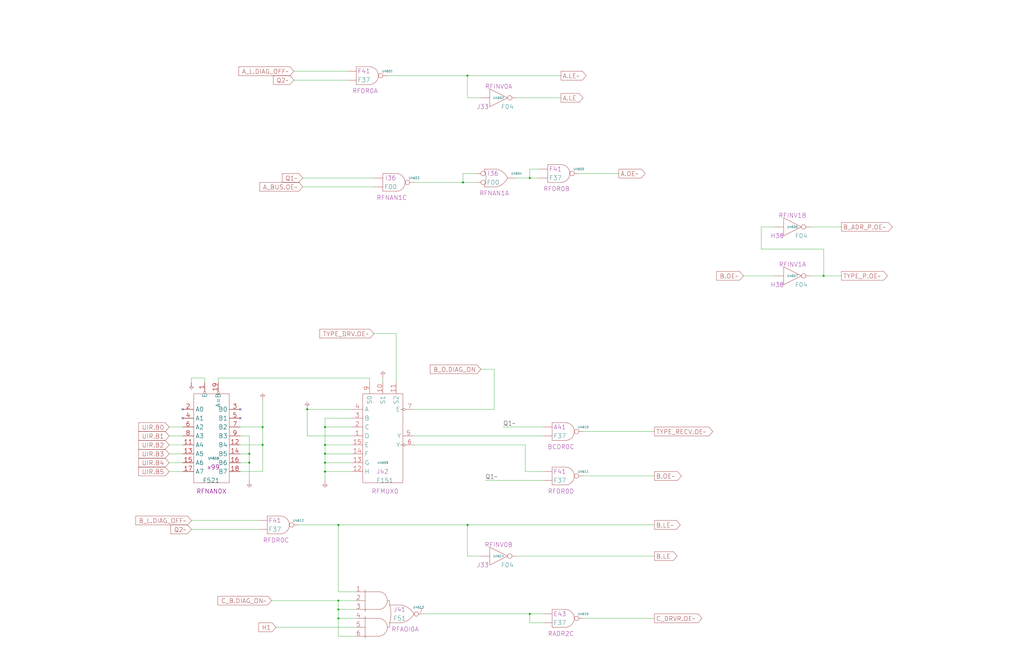
<source format=kicad_sch>
(kicad_sch (version 20211123) (generator eeschema)
  (paper "User" 584.2 378.46)
  (title_block (title "REGISTER FILE CONTROL") (date "15-MAR-90") (rev "1.0") (comment 1 "TYPE") (comment 2 "232-003062") (comment 3 "S400") (comment 4 "RELEASED"))
  (lib_symbols
    (symbol "r1000:F00" (pin_numbers hide) (pin_names hide)
      (property "Reference" "U" (at 15.24 0 0))
      (property "Value" "F00" (at 1.905 -5.08 0))
      (property "Location" "___" (at 1.905 0 0))
      (property "Name" "______" (at 2.54 -12.7 0))
      (symbol "F00_0_1"
        (polyline (pts (xy -2.54 -7.62) (xy 5.08 -7.62)) (stroke (width 0.1524)))
        (polyline (pts (xy -2.54 2.54) (xy -2.54 -7.62)) (stroke (width 0.1524)))
        (polyline (pts (xy -2.54 2.54) (xy 5.08 2.54)) (stroke (width 0.1524)))
        (arc (start 5.08 -7.62) (mid 10.1282 -2.54) (end 5.08 2.54) (stroke (width 0.1524)))
        (circle (center 11.43 -2.54) (radius 1.27) (stroke (width 0.1524)))
      )
      (symbol "F00_0_2"
        (circle (center -3.81 -5.08) (radius 1.27) (stroke (width 0.1524)))
        (circle (center -3.81 0) (radius 1.27) (stroke (width 0.1524)))
        (arc (start -3.175 -7.62) (mid -2.134 -2.54) (end -3.175 2.54) (stroke (width 0.1524)))
        (polyline (pts (xy -3.175 -7.62) (xy 3.81 -7.62)) (stroke (width 0.1524)))
        (polyline (pts (xy -3.175 2.54) (xy 3.81 2.54)) (stroke (width 0.1524)))
        (arc (start 3.81 -7.62) (mid 7.5855 -5.8306) (end 10.16 -2.54) (stroke (width 0.1524)))
        (arc (start 10.16 -2.54) (mid 7.5827 0.7471) (end 3.81 2.54) (stroke (width 0.1524)))
      )
      (symbol "F00_1_1"
        (pin input line (at -7.62 0 0) (length 5.08) (name "D0") (number "1"))
        (pin input line (at -7.62 -5.08 0) (length 5.08) (name "D1") (number "2"))
        (pin output line (at 15.24 -2.54 180) (length 2.54) (name "Q") (number "3"))
      )
      (symbol "F00_1_2"
        (pin input line (at -7.62 0 0) (length 2.54) (name "D0") (number "1"))
        (pin input line (at -7.62 -5.08 0) (length 2.54) (name "D1") (number "2"))
        (pin output line (at 15.24 -2.54 180) (length 5.08) (name "Q") (number "3"))
      )
    )
    (symbol "r1000:F04" (pin_numbers hide) (pin_names hide)
      (property "Reference" "U" (at 0 0 0))
      (property "Value" "F04" (at 1.27 -5.08 0))
      (property "Location" "___" (at -12.7 -5.08 0))
      (property "Name" "______" (at 0 5.08 0))
      (symbol "F04_0_1"
        (polyline (pts (xy -7.62 0) (xy -5.08 0)) (stroke (width 0.1524)))
        (polyline (pts (xy -5.08 5.08) (xy -5.08 -5.08)) (stroke (width 0.1524)))
        (polyline (pts (xy 5.08 0) (xy -5.08 -5.08)) (stroke (width 0.1524)))
        (polyline (pts (xy 5.08 0) (xy -5.08 5.08)) (stroke (width 0.1524)))
        (circle (center 6.35 0) (radius 1.27) (stroke (width 0.1524)))
      )
      (symbol "F04_1_1"
        (pin input line (at -10.16 0 0) (length 2.54) (name "D0") (number "1"))
        (pin output line (at 10.16 0 180) (length 2.54) (name "Q") (number "2"))
      )
    )
    (symbol "r1000:F151" (pin_names (offset 1.016))
      (property "Reference" "U" (at 2.54 5.08 0))
      (property "Value" "F151" (at -1.27 -5.08 0))
      (property "Location" "___" (at -1.27 0 0))
      (property "Name" "______" (at 3.81 -12.7 0))
      (symbol "F151_1_1"
        (rectangle (start -8.89 44.45) (end 13.97 -6.35))
        (circle (center 14.605 15.24) (radius 0.635))
        (circle (center 14.605 35.56) (radius 0.635))
        (pin input line (at -15.24 20.32 0) (length 6.35) (name "D") (number "1"))
        (pin input line (at 2.54 50.8 270) (length 6.35) (name "S1") (number "10"))
        (pin input line (at 10.16 50.8 270) (length 6.35) (name "S2") (number "11"))
        (pin input line (at -15.24 0 0) (length 6.35) (name "H") (number "12"))
        (pin input line (at -15.24 5.08 0) (length 6.35) (name "G") (number "13"))
        (pin input line (at -15.24 10.16 0) (length 6.35) (name "F") (number "14"))
        (pin input line (at -15.24 15.24 0) (length 6.35) (name "E") (number "15"))
        (pin input line (at -15.24 25.4 0) (length 6.35) (name "C") (number "2"))
        (pin input line (at -15.24 30.48 0) (length 6.35) (name "B") (number "3"))
        (pin input line (at -15.24 35.56 0) (length 6.35) (name "A") (number "4"))
        (pin output line (at 20.32 20.32 180) (length 6.35) (name "Y") (number "5"))
        (pin output line (at 20.32 15.24 180) (length 5.08) (name "Y~") (number "6"))
        (pin input line (at 20.32 35.56 180) (length 5.08) (name "E~") (number "7"))
        (pin input line (at -5.08 50.8 270) (length 6.35) (name "S0") (number "9"))
      )
    )
    (symbol "r1000:F37" (pin_numbers hide) (pin_names (offset 0) hide)
      (property "Reference" "U" (at 15.24 0 0))
      (property "Value" "F37" (at 1.905 -5.08 0))
      (property "Location" "___" (at 1.905 0 0))
      (property "Name" "______" (at 2.54 -12.7 0))
      (symbol "F37_0_1"
        (polyline (pts (xy -2.54 -7.62) (xy 5.08 -7.62)) (stroke (width 0.1524)))
        (polyline (pts (xy -2.54 2.54) (xy -2.54 -7.62)) (stroke (width 0.1524)))
        (polyline (pts (xy -2.54 2.54) (xy 5.08 2.54)) (stroke (width 0.1524)))
        (arc (start 5.08 -7.62) (mid 10.1282 -2.54) (end 5.08 2.54) (stroke (width 0.1524)))
        (circle (center 11.43 -2.54) (radius 1.27) (stroke (width 0.1524)))
      )
      (symbol "F37_0_2"
        (circle (center -3.81 -5.08) (radius 1.27) (stroke (width 0.1524)))
        (circle (center -3.81 0) (radius 1.27) (stroke (width 0.1524)))
        (arc (start -3.175 -7.62) (mid -2.134 -2.54) (end -3.175 2.54) (stroke (width 0.1524)))
        (polyline (pts (xy -3.175 -7.62) (xy 3.81 -7.62)) (stroke (width 0.1524)))
        (polyline (pts (xy -3.175 2.54) (xy 3.81 2.54)) (stroke (width 0.1524)))
        (arc (start 3.81 -7.62) (mid 7.5855 -5.8306) (end 10.16 -2.54) (stroke (width 0.1524)))
        (arc (start 10.16 -2.54) (mid 7.5827 0.7471) (end 3.81 2.54) (stroke (width 0.1524)))
      )
      (symbol "F37_1_1"
        (pin input line (at -7.62 0 0) (length 5.08) (name "D0") (number "1"))
        (pin input line (at -7.62 -5.08 0) (length 5.08) (name "D1") (number "2"))
        (pin output line (at 15.24 -2.54 180) (length 2.54) (name "Q") (number "3"))
      )
      (symbol "F37_1_2"
        (pin input line (at -7.62 0 0) (length 2.54) (name "D0") (number "1"))
        (pin input line (at -7.62 -5.08 0) (length 2.54) (name "D1") (number "2"))
        (pin output line (at 15.24 -2.54 180) (length 5.08) (name "Q") (number "3"))
      )
    )
    (symbol "r1000:F51" (pin_names hide)
      (property "Reference" "U" (at 12.7 1.27 0))
      (property "Value" "F51" (at 1.905 -5.08 0))
      (property "Location" "___" (at 1.905 0 0))
      (property "Name" "______" (at 5.08 -12.7 0))
      (symbol "F51_0_0"
        (arc (start -10.16 -15.24) (mid -6.5679 -13.7521) (end -5.08 -10.16) (stroke (width 0.1524)))
        (arc (start -10.16 0) (mid -6.5679 1.4879) (end -5.08 5.08) (stroke (width 0.1524)))
        (arc (start -5.08 -10.16) (mid -6.5679 -6.5679) (end -10.16 -5.08) (stroke (width 0.1524)))
        (arc (start -5.08 5.08) (mid -6.5679 8.6721) (end -10.16 10.16) (stroke (width 0.1524)))
        (arc (start -3.8173 -7.62) (mid -2.9926 -2.54) (end -3.8173 2.54) (stroke (width 0.1524)))
        (polyline (pts (xy -20.32 -15.24) (xy -17.78 -15.24)) (stroke (width 0.1524)))
        (polyline (pts (xy -20.32 -10.16) (xy -17.78 -10.16)) (stroke (width 0.1524)))
        (polyline (pts (xy -20.32 -5.08) (xy -17.78 -5.08)) (stroke (width 0.1524)))
        (polyline (pts (xy -20.32 0) (xy -17.78 0)) (stroke (width 0.1524)))
        (polyline (pts (xy -20.32 5.08) (xy -17.78 5.08)) (stroke (width 0.1524)))
        (polyline (pts (xy -20.32 10.16) (xy -17.78 10.16)) (stroke (width 0.1524)))
        (polyline (pts (xy -17.78 -3.81) (xy -17.78 -16.51)) (stroke (width 0.1524)))
        (polyline (pts (xy -17.78 11.43) (xy -17.78 -1.27)) (stroke (width 0.1524)))
        (polyline (pts (xy -10.16 -15.24) (xy -17.78 -15.24)) (stroke (width 0.1524)))
        (polyline (pts (xy -10.16 -5.08) (xy -17.78 -5.08)) (stroke (width 0.1524)))
        (polyline (pts (xy -10.16 0) (xy -17.78 0)) (stroke (width 0.1524)))
        (polyline (pts (xy -10.16 10.16) (xy -17.78 10.16)) (stroke (width 0.1524)))
        (polyline (pts (xy -3.81 -7.62) (xy 2.54 -7.62)) (stroke (width 0.1524)))
        (polyline (pts (xy -3.81 2.54) (xy 2.54 2.54)) (stroke (width 0.1524)))
        (polyline (pts (xy -5.08 -10.16) (xy -3.81 -10.16) (xy -3.81 -7.62)) (stroke (width 0.1524)))
        (polyline (pts (xy -5.08 5.08) (xy -3.81 5.08) (xy -3.81 2.54)) (stroke (width 0.1524)))
        (arc (start 2.54 -7.62) (mid 6.9504 -5.9805) (end 10.16 -2.54) (stroke (width 0.1524)))
        (arc (start 10.16 -2.54) (mid 6.9516 0.9024) (end 2.54 2.54) (stroke (width 0.1524)))
        (circle (center 11.43 -2.54) (radius 1.27) (stroke (width 0.1524)))
      )
      (symbol "F51_1_1"
        (pin input line (at -22.86 10.16 0) (length 2.54) (name "A1") (number "1"))
        (pin input line (at -22.86 5.08 0) (length 2.54) (name "A2") (number "2"))
        (pin input line (at -22.86 0 0) (length 2.54) (name "A3") (number "3"))
        (pin input line (at -22.86 -5.08 0) (length 2.54) (name "B1") (number "4"))
        (pin input line (at -22.86 -10.16 0) (length 2.54) (name "B2") (number "5"))
        (pin input line (at -22.86 -15.24 0) (length 2.54) (name "B3") (number "6"))
        (pin output line (at 15.24 -2.54 180) (length 2.54) (name "Q") (number "7"))
      )
    )
    (symbol "r1000:F521" (pin_names (offset 1.016))
      (property "Reference" "U" (at 2.54 5.08 0))
      (property "Value" "F521" (at -3.81 -7.62 0))
      (property "Location" "___" (at -1.27 0 0))
      (property "Name" "______" (at 1.27 -15.24 0))
      (symbol "F521_1_1"
        (rectangle (start -8.89 41.91) (end 11.43 -8.89))
        (circle (center -2.54 42.545) (radius 0.635))
        (circle (center 5.08 42.545) (radius 0.635))
        (pin input line (at -2.54 48.26 270) (length 5.08) (name "E") (number "1"))
        (pin input line (at -15.24 12.7 0) (length 6.35) (name "A4") (number "11"))
        (pin input line (at 17.78 12.7 180) (length 6.35) (name "B4") (number "12"))
        (pin input line (at -15.24 7.62 0) (length 6.35) (name "A5") (number "13"))
        (pin input line (at 17.78 7.62 180) (length 6.35) (name "B5") (number "14"))
        (pin input line (at -15.24 2.54 0) (length 6.35) (name "A6") (number "15"))
        (pin input line (at 17.78 2.54 180) (length 6.35) (name "B6") (number "16"))
        (pin input line (at -15.24 -2.54 0) (length 6.35) (name "A7") (number "17"))
        (pin input line (at 17.78 -2.54 180) (length 6.35) (name "B7") (number "18"))
        (pin output line (at 5.08 48.26 270) (length 5.08) (name "A=B") (number "19"))
        (pin input line (at -15.24 33.02 0) (length 6.35) (name "A0") (number "2"))
        (pin input line (at 17.78 33.02 180) (length 6.35) (name "B0") (number "3"))
        (pin input line (at -15.24 27.94 0) (length 6.35) (name "A1") (number "4"))
        (pin input line (at 17.78 27.94 180) (length 6.35) (name "B1") (number "5"))
        (pin input line (at -15.24 22.86 0) (length 6.35) (name "A2") (number "6"))
        (pin input line (at 17.78 22.86 180) (length 6.35) (name "B2") (number "7"))
        (pin input line (at -15.24 17.78 0) (length 6.35) (name "A3") (number "8"))
        (pin input line (at 17.78 17.78 180) (length 6.35) (name "B3") (number "9"))
      )
    )
    (symbol "r1000:PD" (power) (pin_numbers hide) (pin_names hide) (in_bom no)
      (symbol "PD_0_1"
        (polyline (pts (xy 0 -2.54) (xy 1.27 -2.54) (xy 0 -3.81) (xy -1.27 -2.54) (xy 0 -2.54)) (stroke (width 0.1524)))
      )
      (symbol "PD_1_1"
        (pin power_in line (at 0 0 270) (length 2.54) (name "PD") (number "1"))
      )
    )
    (symbol "r1000:PU" (power) (pin_numbers hide) (pin_names hide)
      (symbol "PU_0_1"
        (polyline (pts (xy 0 2.54) (xy -1.27 2.54) (xy 0 3.81) (xy 1.27 2.54) (xy 0 2.54)) (stroke (width 0.1524)))
      )
      (symbol "PU_1_1"
        (pin power_in line (at 0 0 90) (length 2.54) (name "PU") (number "1"))
      )
    )
  )
  (wire (pts (xy 109.22 215.9) (xy 116.84 215.9)))
  (wire (pts (xy 109.22 218.44) (xy 109.22 215.9)))
  (wire (pts (xy 109.22 297.18) (xy 147.32 297.18)))
  (wire (pts (xy 109.22 302.26) (xy 147.32 302.26)))
  (wire (pts (xy 116.84 215.9) (xy 116.84 218.44)))
  (wire (pts (xy 124.46 215.9) (xy 210.82 215.9)))
  (wire (pts (xy 124.46 218.44) (xy 124.46 215.9)))
  (wire (pts (xy 137.16 248.92) (xy 142.24 248.92)))
  (wire (pts (xy 137.16 254) (xy 149.86 254)))
  (wire (pts (xy 137.16 259.08) (xy 142.24 259.08)))
  (wire (pts (xy 137.16 264.16) (xy 142.24 264.16)))
  (wire (pts (xy 137.16 269.24) (xy 149.86 269.24)))
  (wire (pts (xy 142.24 248.92) (xy 142.24 259.08)))
  (wire (pts (xy 142.24 259.08) (xy 142.24 264.16)))
  (wire (pts (xy 142.24 264.16) (xy 142.24 274.32)))
  (wire (pts (xy 149.86 228.6) (xy 149.86 243.84)))
  (wire (pts (xy 149.86 243.84) (xy 137.16 243.84)))
  (wire (pts (xy 149.86 254) (xy 149.86 243.84)))
  (wire (pts (xy 149.86 269.24) (xy 149.86 254)))
  (wire (pts (xy 154.94 342.9) (xy 193.04 342.9)))
  (wire (pts (xy 157.48 358.14) (xy 203.2 358.14)))
  (wire (pts (xy 167.64 40.64) (xy 198.12 40.64)))
  (wire (pts (xy 167.64 45.72) (xy 198.12 45.72)))
  (wire (pts (xy 170.18 299.72) (xy 193.04 299.72)))
  (wire (pts (xy 172.72 101.6) (xy 213.36 101.6)))
  (wire (pts (xy 172.72 106.68) (xy 213.36 106.68)))
  (wire (pts (xy 175.26 233.68) (xy 200.66 233.68)))
  (wire (pts (xy 175.26 248.92) (xy 175.26 233.68)))
  (wire (pts (xy 185.42 238.76) (xy 185.42 243.84)))
  (wire (pts (xy 185.42 243.84) (xy 185.42 254)))
  (wire (pts (xy 185.42 243.84) (xy 200.66 243.84)))
  (wire (pts (xy 185.42 254) (xy 185.42 259.08)))
  (wire (pts (xy 185.42 254) (xy 200.66 254)))
  (wire (pts (xy 185.42 259.08) (xy 185.42 264.16)))
  (wire (pts (xy 185.42 259.08) (xy 200.66 259.08)))
  (wire (pts (xy 185.42 264.16) (xy 185.42 269.24)))
  (wire (pts (xy 185.42 264.16) (xy 200.66 264.16)))
  (wire (pts (xy 185.42 269.24) (xy 185.42 274.32)))
  (wire (pts (xy 185.42 269.24) (xy 200.66 269.24)))
  (wire (pts (xy 193.04 299.72) (xy 266.7 299.72)))
  (wire (pts (xy 193.04 337.82) (xy 193.04 299.72)))
  (wire (pts (xy 193.04 342.9) (xy 203.2 342.9)))
  (wire (pts (xy 193.04 347.98) (xy 193.04 342.9)))
  (wire (pts (xy 193.04 347.98) (xy 203.2 347.98)))
  (wire (pts (xy 193.04 353.06) (xy 193.04 347.98)))
  (wire (pts (xy 193.04 353.06) (xy 203.2 353.06)))
  (wire (pts (xy 193.04 363.22) (xy 193.04 353.06)))
  (wire (pts (xy 200.66 238.76) (xy 185.42 238.76)))
  (wire (pts (xy 200.66 248.92) (xy 175.26 248.92)))
  (wire (pts (xy 203.2 337.82) (xy 193.04 337.82)))
  (wire (pts (xy 203.2 363.22) (xy 193.04 363.22)))
  (wire (pts (xy 210.82 218.44) (xy 210.82 215.9)))
  (wire (pts (xy 218.44 215.9) (xy 218.44 218.44)))
  (wire (pts (xy 220.98 43.18) (xy 266.7 43.18)))
  (wire (pts (xy 226.06 190.5) (xy 213.36 190.5)))
  (wire (pts (xy 226.06 218.44) (xy 226.06 190.5)))
  (wire (pts (xy 236.22 104.14) (xy 264.16 104.14)))
  (wire (pts (xy 236.22 233.68) (xy 281.94 233.68)))
  (wire (pts (xy 236.22 248.92) (xy 309.88 248.92)))
  (wire (pts (xy 241.3 350.52) (xy 302.26 350.52)))
  (wire (pts (xy 264.16 104.14) (xy 271.78 104.14)))
  (wire (pts (xy 264.16 99.06) (xy 264.16 104.14)))
  (wire (pts (xy 266.7 299.72) (xy 373.38 299.72)))
  (wire (pts (xy 266.7 317.5) (xy 266.7 299.72)))
  (wire (pts (xy 266.7 43.18) (xy 320.04 43.18)))
  (wire (pts (xy 266.7 55.88) (xy 266.7 43.18)))
  (wire (pts (xy 271.78 99.06) (xy 264.16 99.06)))
  (wire (pts (xy 274.32 210.82) (xy 281.94 210.82)))
  (wire (pts (xy 274.32 317.5) (xy 266.7 317.5)))
  (wire (pts (xy 274.32 55.88) (xy 266.7 55.88)))
  (wire (pts (xy 276.86 274.32) (xy 309.88 274.32)))
  (wire (pts (xy 281.94 210.82) (xy 281.94 233.68)))
  (wire (pts (xy 287.02 243.84) (xy 309.88 243.84)))
  (wire (pts (xy 294.64 101.6) (xy 302.26 101.6)))
  (wire (pts (xy 294.64 317.5) (xy 373.38 317.5)))
  (wire (pts (xy 294.64 55.88) (xy 320.04 55.88)))
  (wire (pts (xy 299.72 254) (xy 236.22 254)))
  (wire (pts (xy 299.72 269.24) (xy 299.72 254)))
  (wire (pts (xy 299.72 269.24) (xy 309.88 269.24)))
  (wire (pts (xy 302.26 101.6) (xy 307.34 101.6)))
  (wire (pts (xy 302.26 350.52) (xy 309.88 350.52)))
  (wire (pts (xy 302.26 355.6) (xy 302.26 350.52)))
  (wire (pts (xy 302.26 96.52) (xy 302.26 101.6)))
  (wire (pts (xy 307.34 96.52) (xy 302.26 96.52)))
  (wire (pts (xy 309.88 355.6) (xy 302.26 355.6)))
  (wire (pts (xy 330.2 99.06) (xy 353.06 99.06)))
  (wire (pts (xy 332.74 246.38) (xy 373.38 246.38)))
  (wire (pts (xy 332.74 271.78) (xy 373.38 271.78)))
  (wire (pts (xy 332.74 353.06) (xy 373.38 353.06)))
  (wire (pts (xy 424.18 157.48) (xy 441.96 157.48)))
  (wire (pts (xy 434.34 129.54) (xy 434.34 142.24)))
  (wire (pts (xy 434.34 142.24) (xy 469.9 142.24)))
  (wire (pts (xy 441.96 129.54) (xy 434.34 129.54)))
  (wire (pts (xy 462.28 129.54) (xy 480.06 129.54)))
  (wire (pts (xy 462.28 157.48) (xy 469.9 157.48)))
  (wire (pts (xy 469.9 142.24) (xy 469.9 157.48)))
  (wire (pts (xy 469.9 157.48) (xy 480.06 157.48)))
  (wire (pts (xy 96.52 243.84) (xy 104.14 243.84)))
  (wire (pts (xy 96.52 248.92) (xy 104.14 248.92)))
  (wire (pts (xy 96.52 254) (xy 104.14 254)))
  (wire (pts (xy 96.52 259.08) (xy 104.14 259.08)))
  (wire (pts (xy 96.52 264.16) (xy 104.14 264.16)))
  (wire (pts (xy 96.52 269.24) (xy 104.14 269.24)))
  (global_label "UIR.B0" (shape input) (at 96.52 243.84 180) (effects (font (size 2.54 2.54))) (property "Intersheet References" "${INTERSHEET_REFS}" (at 79.115 243.6813 0) (effects (font (size 2.54 2.54)) (justify right))))
  (global_label "UIR.B1" (shape input) (at 96.52 248.92 180) (effects (font (size 2.54 2.54))) (property "Intersheet References" "${INTERSHEET_REFS}" (at 79.115 248.7613 0) (effects (font (size 2.54 2.54)) (justify right))))
  (global_label "UIR.B2" (shape input) (at 96.52 254 180) (effects (font (size 2.54 2.54))) (property "Intersheet References" "${INTERSHEET_REFS}" (at 79.115 253.8413 0) (effects (font (size 2.54 2.54)) (justify right))))
  (global_label "UIR.B3" (shape input) (at 96.52 259.08 180) (effects (font (size 2.54 2.54))) (property "Intersheet References" "${INTERSHEET_REFS}" (at 79.115 258.9213 0) (effects (font (size 2.54 2.54)) (justify right))))
  (global_label "UIR.B4" (shape input) (at 96.52 264.16 180) (effects (font (size 2.54 2.54))) (property "Intersheet References" "${INTERSHEET_REFS}" (at 79.115 264.0013 0) (effects (font (size 2.54 2.54)) (justify right))))
  (global_label "UIR.B5" (shape input) (at 96.52 269.24 180) (effects (font (size 2.54 2.54))) (property "Intersheet References" "${INTERSHEET_REFS}" (at 79.115 269.0813 0) (effects (font (size 2.54 2.54)) (justify right))))
  (no_connect (at 104.14 233.68))
  (no_connect (at 104.14 238.76))
  (symbol (lib_id "r1000:PD") (at 109.22 218.44 0) (unit 1) (in_bom no)
    (property "Reference" "#PWR04605" (effects hide))
    (property "Value" "PD" (effects hide))
  )
  (global_label "B_L.DIAG_OFF~" (shape input) (at 109.22 297.18 180) (effects (font (size 2.54 2.54))) (property "Intersheet References" "${INTERSHEET_REFS}" (at 77.4216 297.0213 0) (effects (font (size 2.54 2.54)) (justify right))))
  (global_label "Q2~" (shape input) (at 109.22 302.26 180) (effects (font (size 2.54 2.54))) (property "Intersheet References" "${INTERSHEET_REFS}" (at 91.3311 302.1013 0) (effects (font (size 2.54 2.54)) (justify right))))
  (symbol (lib_id "r1000:F521") (at 119.38 266.7 0) (unit 1)
    (property "Reference" "U4616" (at 121.92 261.62 0))
    (property "Value" "F521" (at 115.57 274.32 0) (effects (font (size 2.54 2.54)) (justify left)))
    (property "Location" "x99" (at 118.11 266.7 0) (effects (font (size 2.54 2.54)) (justify left)))
    (property "Name" "RFNAN0X" (at 120.65 281.94 0) (effects (font (size 2.54 2.54)) (justify bottom)))
  )
  (no_connect (at 137.16 233.68))
  (no_connect (at 137.16 238.76))
  (junction (at 142.24 259.08))
  (junction (at 142.24 264.16))
  (symbol (lib_id "r1000:PD") (at 142.24 274.32 0) (unit 1) (in_bom no)
    (property "Reference" "#PWR04606" (effects hide))
    (property "Value" "PD" (effects hide))
  )
  (symbol (lib_id "r1000:PU") (at 149.86 228.6 0) (unit 1)
    (property "Reference" "#PWR04607" (effects hide))
    (property "Value" "PU" (effects hide))
  )
  (junction (at 149.86 243.84))
  (junction (at 149.86 254))
  (symbol (lib_id "r1000:F37") (at 154.94 297.18 0) (unit 1)
    (property "Reference" "U4612" (at 170.18 297.18 0))
    (property "Value" "F37" (at 156.845 302.26 0) (effects (font (size 2.54 2.54))))
    (property "Location" "F41" (at 156.845 297.18 0) (effects (font (size 2.54 2.54))))
    (property "Name" "RFDR0C" (at 157.48 309.88 0) (effects (font (size 2.54 2.54)) (justify bottom)))
  )
  (global_label "C_B.DIAG_ON~" (shape input) (at 154.94 342.9 180) (effects (font (size 2.54 2.54))) (property "Intersheet References" "${INTERSHEET_REFS}" (at 124.3511 342.7413 0) (effects (font (size 2.54 2.54)) (justify right))))
  (global_label "H1" (shape input) (at 157.48 358.14 180) (effects (font (size 2.54 2.54))) (property "Intersheet References" "${INTERSHEET_REFS}" (at 147.574 357.9813 0) (effects (font (size 2.54 2.54)) (justify right))))
  (global_label "A_L.DIAG_OFF~" (shape input) (at 167.64 40.64 180) (effects (font (size 2.54 2.54))) (property "Intersheet References" "${INTERSHEET_REFS}" (at 136.2045 40.4813 0) (effects (font (size 2.54 2.54)) (justify right))))
  (global_label "Q2~" (shape input) (at 167.64 45.72 180) (effects (font (size 2.54 2.54))) (property "Intersheet References" "${INTERSHEET_REFS}" (at 149.7511 45.5613 0) (effects (font (size 2.54 2.54)) (justify right))))
  (global_label "Q1~" (shape input) (at 172.72 101.6 180) (effects (font (size 2.54 2.54))) (property "Intersheet References" "${INTERSHEET_REFS}" (at 154.8311 101.4413 0) (effects (font (size 2.54 2.54)) (justify right))))
  (global_label "A_BUS.OE~" (shape input) (at 172.72 106.68 180) (effects (font (size 2.54 2.54))) (property "Intersheet References" "${INTERSHEET_REFS}" (at 148.1788 106.5213 0) (effects (font (size 2.54 2.54)) (justify right))))
  (junction (at 175.26 233.68))
  (symbol (lib_id "r1000:PU") (at 175.26 233.68 0) (unit 1)
    (property "Reference" "#PWR04602" (effects hide))
    (property "Value" "PU" (effects hide))
  )
  (junction (at 185.42 243.84))
  (junction (at 185.42 254))
  (junction (at 185.42 259.08))
  (junction (at 185.42 264.16))
  (junction (at 185.42 269.24))
  (symbol (lib_id "r1000:PD") (at 185.42 274.32 0) (unit 1) (in_bom no)
    (property "Reference" "#PWR04603" (effects hide))
    (property "Value" "PD" (effects hide))
  )
  (junction (at 193.04 299.72))
  (junction (at 193.04 342.9))
  (junction (at 193.04 347.98))
  (junction (at 193.04 353.06))
  (symbol (lib_id "r1000:F37") (at 205.74 40.64 0) (unit 1)
    (property "Reference" "U4601" (at 220.98 40.64 0))
    (property "Value" "F37" (at 207.645 45.72 0) (effects (font (size 2.54 2.54))))
    (property "Location" "F41" (at 207.645 40.64 0) (effects (font (size 2.54 2.54))))
    (property "Name" "RFDR0A" (at 208.28 53.34 0) (effects (font (size 2.54 2.54)) (justify bottom)))
  )
  (global_label "TYPE_DRV.OE~" (shape input) (at 213.36 190.5 180) (effects (font (size 2.54 2.54))) (property "Intersheet References" "${INTERSHEET_REFS}" (at 182.4083 190.3413 0) (effects (font (size 2.54 2.54)) (justify right))))
  (symbol (lib_id "r1000:F151") (at 215.9 269.24 0) (unit 1)
    (property "Reference" "U4609" (at 218.44 264.16 0))
    (property "Value" "F151" (at 214.63 274.32 0) (effects (font (size 2.54 2.54)) (justify left)))
    (property "Location" "J42" (at 214.63 269.24 0) (effects (font (size 2.54 2.54)) (justify left)))
    (property "Name" "RFMUX0" (at 219.71 281.94 0) (effects (font (size 2.54 2.54)) (justify bottom)))
  )
  (symbol (lib_id "r1000:PU") (at 218.44 215.9 0) (unit 1)
    (property "Reference" "#PWR04604" (effects hide))
    (property "Value" "PU" (effects hide))
  )
  (symbol (lib_id "r1000:F00") (at 220.98 101.6 0) (unit 1)
    (property "Reference" "U4603" (at 236.22 101.6 0))
    (property "Value" "F00" (at 222.885 106.68 0) (effects (font (size 2.54 2.54))))
    (property "Location" "I36" (at 222.885 101.6 0) (effects (font (size 2.54 2.54))))
    (property "Name" "RFNAN1C" (at 223.52 114.3 0) (effects (font (size 2.54 2.54)) (justify bottom)))
  )
  (symbol (lib_id "r1000:F51") (at 226.06 347.98 0) (unit 1)
    (property "Reference" "U4613" (at 238.76 346.71 0))
    (property "Value" "F51" (at 227.965 353.06 0) (effects (font (size 2.54 2.54))))
    (property "Location" "J41" (at 227.965 347.98 0) (effects (font (size 2.54 2.54))))
    (property "Name" "RFAOI0A" (at 231.14 360.68 0) (effects (font (size 2.54 2.54)) (justify bottom)))
  )
  (junction (at 264.16 104.14))
  (junction (at 266.7 43.18))
  (junction (at 266.7 299.72))
  (global_label "B_O.DIAG_ON" (shape input) (at 274.32 210.82 180) (effects (font (size 2.54 2.54))) (property "Intersheet References" "${INTERSHEET_REFS}" (at 245.4245 210.6613 0) (effects (font (size 2.54 2.54)) (justify right))))
  (label "Q1~" (at 276.86 274.32 0) (effects (font (size 2.54 2.54))))
  (symbol (lib_id "r1000:F00") (at 279.4 99.06 0) (unit 1) (convert 2)
    (property "Reference" "U4604" (at 294.64 99.06 0))
    (property "Value" "F00" (at 281.305 104.14 0) (effects (font (size 2.54 2.54))))
    (property "Location" "I36" (at 281.305 99.06 0) (effects (font (size 2.54 2.54))))
    (property "Name" "RFNAN1A" (at 281.94 111.76 0) (effects (font (size 2.54 2.54)) (justify bottom)))
  )
  (symbol (lib_id "r1000:F04") (at 284.48 55.88 0) (unit 1)
    (property "Reference" "U4602" (at 284.48 55.88 0))
    (property "Value" "F04" (at 285.75 60.96 0) (effects (font (size 2.54 2.54)) (justify left)))
    (property "Location" "J33" (at 271.78 60.96 0) (effects (font (size 2.54 2.54)) (justify left)))
    (property "Name" "RFINV0A" (at 284.48 50.8 0) (effects (font (size 2.54 2.54)) (justify bottom)))
  )
  (symbol (lib_id "r1000:F04") (at 284.48 317.5 0) (unit 1)
    (property "Reference" "U4614" (at 284.48 317.5 0))
    (property "Value" "F04" (at 285.75 322.58 0) (effects (font (size 2.54 2.54)) (justify left)))
    (property "Location" "J33" (at 271.78 322.58 0) (effects (font (size 2.54 2.54)) (justify left)))
    (property "Name" "RFINV0B" (at 284.48 312.42 0) (effects (font (size 2.54 2.54)) (justify bottom)))
  )
  (label "Q1~" (at 287.02 243.84 0) (effects (font (size 2.54 2.54))))
  (junction (at 302.26 101.6))
  (junction (at 302.26 350.52))
  (symbol (lib_id "r1000:F37") (at 314.96 96.52 0) (unit 1)
    (property "Reference" "U4605" (at 330.2 96.52 0))
    (property "Value" "F37" (at 316.865 101.6 0) (effects (font (size 2.54 2.54))))
    (property "Location" "F41" (at 316.865 96.52 0) (effects (font (size 2.54 2.54))))
    (property "Name" "RFDR0B" (at 317.5 109.22 0) (effects (font (size 2.54 2.54)) (justify bottom)))
  )
  (symbol (lib_id "r1000:F37") (at 317.5 243.84 0) (unit 1)
    (property "Reference" "U4610" (at 332.74 243.84 0))
    (property "Value" "F37" (at 319.405 248.92 0) (effects (font (size 2.54 2.54))))
    (property "Location" "A41" (at 319.405 243.84 0) (effects (font (size 2.54 2.54))))
    (property "Name" "BCDR0C" (at 320.04 256.54 0) (effects (font (size 2.54 2.54)) (justify bottom)))
  )
  (symbol (lib_id "r1000:F37") (at 317.5 269.24 0) (unit 1)
    (property "Reference" "U4611" (at 332.74 269.24 0))
    (property "Value" "F37" (at 319.405 274.32 0) (effects (font (size 2.54 2.54))))
    (property "Location" "F41" (at 319.405 269.24 0) (effects (font (size 2.54 2.54))))
    (property "Name" "RFDR0D" (at 320.04 281.94 0) (effects (font (size 2.54 2.54)) (justify bottom)))
  )
  (symbol (lib_id "r1000:F37") (at 317.5 350.52 0) (unit 1)
    (property "Reference" "U4615" (at 332.74 350.52 0))
    (property "Value" "F37" (at 319.405 355.6 0) (effects (font (size 2.54 2.54))))
    (property "Location" "E43" (at 319.405 350.52 0) (effects (font (size 2.54 2.54))))
    (property "Name" "RADR2C" (at 320.04 363.22 0) (effects (font (size 2.54 2.54)) (justify bottom)))
  )
  (global_label "A.LE~" (shape output) (at 320.04 43.18 0) (effects (font (size 2.54 2.54))) (property "Intersheet References" "${INTERSHEET_REFS}" (at 334.4212 43.0213 0) (effects (font (size 2.54 2.54)) (justify left))))
  (global_label "A.LE" (shape output) (at 320.04 55.88 0) (effects (font (size 2.54 2.54))) (property "Intersheet References" "${INTERSHEET_REFS}" (at 332.607 55.7213 0) (effects (font (size 2.54 2.54)) (justify left))))
  (global_label "A.OE~" (shape output) (at 353.06 99.06 0) (effects (font (size 2.54 2.54))) (property "Intersheet References" "${INTERSHEET_REFS}" (at 368.046 98.9013 0) (effects (font (size 2.54 2.54)) (justify left))))
  (global_label "TYPE_RECV.OE~" (shape output) (at 373.38 246.38 0) (effects (font (size 2.54 2.54))) (property "Intersheet References" "${INTERSHEET_REFS}" (at 406.6298 246.2213 0) (effects (font (size 2.54 2.54)) (justify left))))
  (global_label "B.OE~" (shape output) (at 373.38 271.78 0) (effects (font (size 2.54 2.54))) (property "Intersheet References" "${INTERSHEET_REFS}" (at 388.7289 271.6213 0) (effects (font (size 2.54 2.54)) (justify left))))
  (global_label "B.LE~" (shape output) (at 373.38 299.72 0) (effects (font (size 2.54 2.54))) (property "Intersheet References" "${INTERSHEET_REFS}" (at 388.1241 299.5613 0) (effects (font (size 2.54 2.54)) (justify left))))
  (global_label "B.LE" (shape output) (at 373.38 317.5 0) (effects (font (size 2.54 2.54))) (property "Intersheet References" "${INTERSHEET_REFS}" (at 386.3098 317.3413 0) (effects (font (size 2.54 2.54)) (justify left))))
  (global_label "C_DRVR.OE~" (shape output) (at 373.38 353.06 0) (effects (font (size 2.54 2.54))) (property "Intersheet References" "${INTERSHEET_REFS}" (at 400.4612 352.9013 0) (effects (font (size 2.54 2.54)) (justify left))))
  (global_label "B.OE~" (shape input) (at 424.18 157.48 180) (effects (font (size 2.54 2.54))) (property "Intersheet References" "${INTERSHEET_REFS}" (at 408.8311 157.3213 0) (effects (font (size 2.54 2.54)) (justify right))))
  (symbol (lib_id "r1000:F04") (at 452.12 129.54 0) (unit 1)
    (property "Reference" "U4606" (at 452.12 129.54 0))
    (property "Value" "F04" (at 453.39 134.62 0) (effects (font (size 2.54 2.54)) (justify left)))
    (property "Location" "H38" (at 439.42 134.62 0) (effects (font (size 2.54 2.54)) (justify left)))
    (property "Name" "RFINV1B" (at 452.12 124.46 0) (effects (font (size 2.54 2.54)) (justify bottom)))
  )
  (symbol (lib_id "r1000:F04") (at 452.12 157.48 0) (unit 1)
    (property "Reference" "U4607" (at 452.12 157.48 0))
    (property "Value" "F04" (at 453.39 162.56 0) (effects (font (size 2.54 2.54)) (justify left)))
    (property "Location" "H38" (at 439.42 162.56 0) (effects (font (size 2.54 2.54)) (justify left)))
    (property "Name" "RFINV1A" (at 452.12 152.4 0) (effects (font (size 2.54 2.54)) (justify bottom)))
  )
  (junction (at 469.9 157.48))
  (global_label "B_ADR_P.OE~" (shape output) (at 480.06 129.54 0) (effects (font (size 2.54 2.54))) (property "Intersheet References" "${INTERSHEET_REFS}" (at 509.0765 129.3813 0) (effects (font (size 2.54 2.54)) (justify left))))
  (global_label "TYPE_P.OE~" (shape output) (at 480.06 157.48 0) (effects (font (size 2.54 2.54))) (property "Intersheet References" "${INTERSHEET_REFS}" (at 506.2946 157.3213 0) (effects (font (size 2.54 2.54)) (justify left))))
)
</source>
